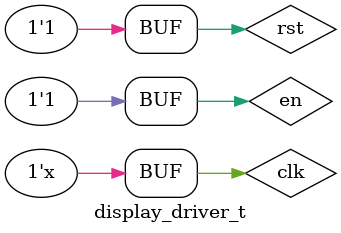
<source format=v>
`timescale 1ns / 100ps


module display_driver_t;

	// Inputs
	reg clk;
	reg rst;
	reg en;

	// Outputs
	wire a_l;
	wire b_l;
	wire c_l;
	wire d_l;
	wire e_l;
	wire f_l;
	wire g_l;
	wire dp_l;
	wire dig1;
	wire dig2;
	wire dig3;
	wire dig4;

	// Instantiate the Unit Under Test (UUT)
	display_driver uut (
		.a_l(a_l), 
		.b_l(b_l), 
		.c_l(c_l), 
		.d_l(d_l), 
		.e_l(e_l), 
		.f_l(f_l), 
		.g_l(g_l), 
		.dp_l(dp_l), 
		.dig1(dig1), 
		.dig2(dig2), 
		.dig3(dig3), 
		.dig4(dig4), 
		.clk(clk), 
		.rst(rst), 
		.en(en)
	);
    
    always #50 clk = ~clk;

	initial begin
		// Initialize Inputs
		clk = 1;
		rst = 0;
		en = 0;

		// Wait 100 ns for global reset to finish
		#100;
        
		// Add stimulus here
        rst = 1; #100;
        en = 1; #4000;

	end
      
endmodule


</source>
